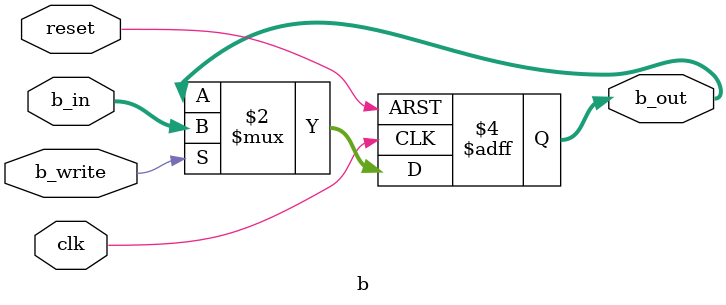
<source format=sv>
module b (
    input  logic        clk, reset,
    input  logic        b_write,
    input  logic [7:0]  b_in,
    output logic [7:0]  b_out
);
    always_ff @(posedge clk or posedge reset) begin
        if (reset)
            b_out <= 8'h00;
        else if (b_write)
            b_out <= b_in;
    end
endmodule

</source>
